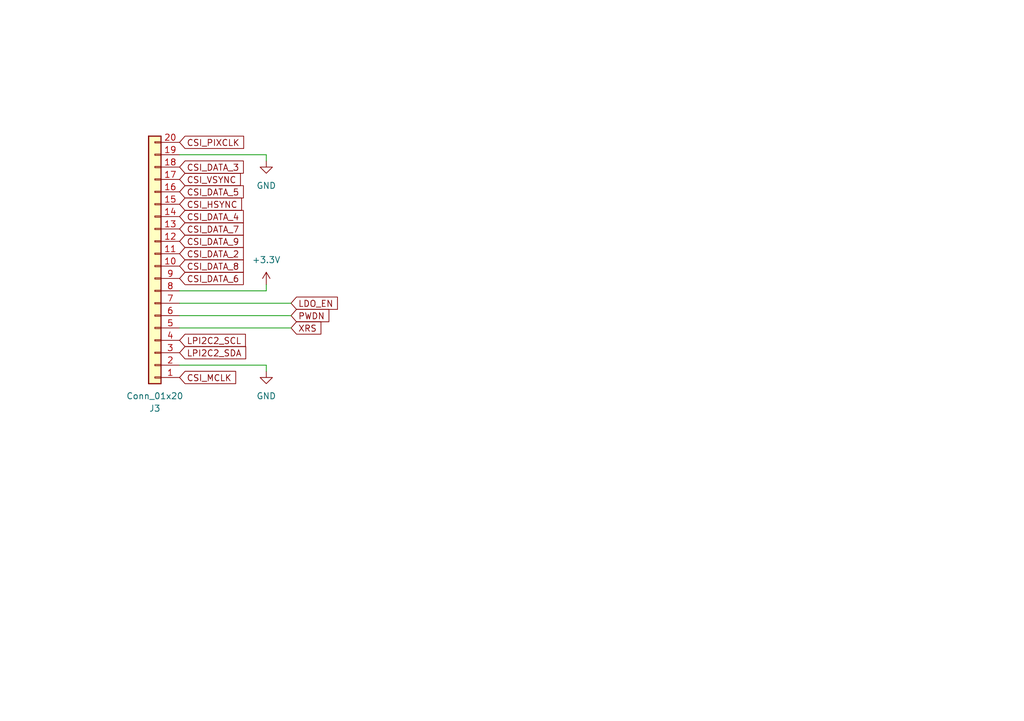
<source format=kicad_sch>
(kicad_sch (version 20231120) (generator "eeschema") (generator_version "8.0")
  (paper "A5")
  (title_block (title "RT1050 DevBoard for Project Horizon") (rev "v1") (company "Northeastern University") (comment 1 "Built by Madhav Kapa"))
  (lib_symbols
    (symbol "Connector_Generic:Conn_01x20" (pin_names (offset 1.016) hide)
      (property "Reference" "J" (at 0 25.4 0))
      (property "Value" "Conn_01x20" (at 0 -27.94 0))
      (symbol "Conn_01x20_1_1"
        (rectangle (start -1.27 -25.273) (end 0 -25.527) (stroke (width 0.1524)))
        (rectangle (start -1.27 -22.733) (end 0 -22.987) (stroke (width 0.1524)))
        (rectangle (start -1.27 -20.193) (end 0 -20.447) (stroke (width 0.1524)))
        (rectangle (start -1.27 -17.653) (end 0 -17.907) (stroke (width 0.1524)))
        (rectangle (start -1.27 -15.113) (end 0 -15.367) (stroke (width 0.1524)))
        (rectangle (start -1.27 -12.573) (end 0 -12.827) (stroke (width 0.1524)))
        (rectangle (start -1.27 -10.033) (end 0 -10.287) (stroke (width 0.1524)))
        (rectangle (start -1.27 -7.493) (end 0 -7.747) (stroke (width 0.1524)))
        (rectangle (start -1.27 -4.953) (end 0 -5.207) (stroke (width 0.1524)))
        (rectangle (start -1.27 -2.413) (end 0 -2.667) (stroke (width 0.1524)))
        (rectangle (start -1.27 0.127) (end 0 -0.127) (stroke (width 0.1524)))
        (rectangle (start -1.27 2.667) (end 0 2.413) (stroke (width 0.1524)))
        (rectangle (start -1.27 5.207) (end 0 4.953) (stroke (width 0.1524)))
        (rectangle (start -1.27 7.747) (end 0 7.493) (stroke (width 0.1524)))
        (rectangle (start -1.27 10.287) (end 0 10.033) (stroke (width 0.1524)))
        (rectangle (start -1.27 12.827) (end 0 12.573) (stroke (width 0.1524)))
        (rectangle (start -1.27 15.367) (end 0 15.113) (stroke (width 0.1524)))
        (rectangle (start -1.27 17.907) (end 0 17.653) (stroke (width 0.1524)))
        (rectangle (start -1.27 20.447) (end 0 20.193) (stroke (width 0.1524)))
        (rectangle (start -1.27 22.987) (end 0 22.733) (stroke (width 0.1524)))
        (rectangle (start -1.27 24.13) (end 1.27 -26.67) (stroke (width 0.254)) (fill (type background)))
        (pin passive line (at -5.08 22.86 0) (length 3.81) (name "Pin_1") (number "1"))
        (pin passive line (at -5.08 0 0) (length 3.81) (name "Pin_10") (number "10"))
        (pin passive line (at -5.08 -2.54 0) (length 3.81) (name "Pin_11") (number "11"))
        (pin passive line (at -5.08 -5.08 0) (length 3.81) (name "Pin_12") (number "12"))
        (pin passive line (at -5.08 -7.62 0) (length 3.81) (name "Pin_13") (number "13"))
        (pin passive line (at -5.08 -10.16 0) (length 3.81) (name "Pin_14") (number "14"))
        (pin passive line (at -5.08 -12.7 0) (length 3.81) (name "Pin_15") (number "15"))
        (pin passive line (at -5.08 -15.24 0) (length 3.81) (name "Pin_16") (number "16"))
        (pin passive line (at -5.08 -17.78 0) (length 3.81) (name "Pin_17") (number "17"))
        (pin passive line (at -5.08 -20.32 0) (length 3.81) (name "Pin_18") (number "18"))
        (pin passive line (at -5.08 -22.86 0) (length 3.81) (name "Pin_19") (number "19"))
        (pin passive line (at -5.08 20.32 0) (length 3.81) (name "Pin_2") (number "2"))
        (pin passive line (at -5.08 -25.4 0) (length 3.81) (name "Pin_20") (number "20"))
        (pin passive line (at -5.08 17.78 0) (length 3.81) (name "Pin_3") (number "3"))
        (pin passive line (at -5.08 15.24 0) (length 3.81) (name "Pin_4") (number "4"))
        (pin passive line (at -5.08 12.7 0) (length 3.81) (name "Pin_5") (number "5"))
        (pin passive line (at -5.08 10.16 0) (length 3.81) (name "Pin_6") (number "6"))
        (pin passive line (at -5.08 7.62 0) (length 3.81) (name "Pin_7") (number "7"))
        (pin passive line (at -5.08 5.08 0) (length 3.81) (name "Pin_8") (number "8"))
        (pin passive line (at -5.08 2.54 0) (length 3.81) (name "Pin_9") (number "9"))
      )
    )
    (symbol "power:+3.3V" (power) (pin_numbers hide) (pin_names (offset 0) hide)
      (property "Value" "+3.3V" (at 0 3.556 0))
      (symbol "+3.3V_0_1"
        (polyline (pts (xy -0.762 1.27) (xy 0 2.54)))
        (polyline (pts (xy 0 0) (xy 0 2.54)))
        (polyline (pts (xy 0 2.54) (xy 0.762 1.27)))
      )
      (symbol "+3.3V_1_1"
        (pin power_in line (at 0 0 90) (length 0) (name "~") (number "1"))
      )
    )
    (symbol "power:GND" (power) (pin_numbers hide) (pin_names (offset 0) hide)
      (property "Value" "GND" (at 0 -3.81 0))
      (symbol "GND_0_1"
        (polyline (pts (xy 0 0) (xy 0 -1.27) (xy 1.27 -1.27) (xy 0 -2.54) (xy -1.27 -1.27) (xy 0 -1.27)))
      )
      (symbol "GND_1_1"
        (pin power_in line (at 0 0 270) (length 0) (name "~") (number "1"))
      )
    )
  )
  (wire (pts (xy 54.61 74.93) (xy 54.61 76.2)))
  (wire (pts (xy 36.83 31.75) (xy 54.61 31.75)))
  (wire (pts (xy 54.61 31.75) (xy 54.61 33.02)))
  (wire (pts (xy 36.83 64.77) (xy 59.69 64.77)))
  (wire (pts (xy 59.69 67.31) (xy 36.83 67.31)))
  (wire (pts (xy 36.83 74.93) (xy 54.61 74.93)))
  (wire (pts (xy 59.69 62.23) (xy 36.83 62.23)))
  (wire (pts (xy 54.61 58.42) (xy 54.61 59.69)))
  (wire (pts (xy 36.83 59.69) (xy 54.61 59.69)))
  (global_label "CSI_MCLK" (shape input) (at 36.83 77.47 0) (property "Intersheetrefs" "${INTERSHEET_REFS}" (effects (hide yes))))
  (global_label "CSI_DATA_5" (shape input) (at 36.83 39.37 0) (property "Intersheetrefs" "${INTERSHEET_REFS}" (effects (hide yes))))
  (global_label "CSI_DATA_9" (shape input) (at 36.83 49.53 0) (property "Intersheetrefs" "${INTERSHEET_REFS}" (effects (hide yes))))
  (global_label "CSI_HSYNC" (shape input) (at 36.83 41.91 0) (property "Intersheetrefs" "${INTERSHEET_REFS}" (effects (hide yes))))
  (global_label "CSI_DATA_7" (shape input) (at 36.83 46.99 0) (property "Intersheetrefs" "${INTERSHEET_REFS}" (effects (hide yes))))
  (global_label "CSI_PIXCLK" (shape input) (at 36.83 29.21 0) (property "Intersheetrefs" "${INTERSHEET_REFS}" (effects (hide yes))))
  (global_label "CSI_DATA_3" (shape input) (at 36.83 34.29 0) (property "Intersheetrefs" "${INTERSHEET_REFS}" (effects (hide yes))))
  (global_label "CSI_DATA_2" (shape input) (at 36.83 52.07 0) (property "Intersheetrefs" "${INTERSHEET_REFS}" (effects (hide yes))))
  (global_label "LDO_EN" (shape input) (at 59.69 62.23 0) (property "Intersheetrefs" "${INTERSHEET_REFS}" (effects (hide yes))))
  (global_label "XRS" (shape input) (at 59.69 67.31 0) (property "Intersheetrefs" "${INTERSHEET_REFS}" (effects (hide yes))))
  (global_label "PWDN" (shape input) (at 59.69 64.77 0) (property "Intersheetrefs" "${INTERSHEET_REFS}" (effects (hide yes))))
  (global_label "CSI_DATA_6" (shape input) (at 36.83 57.15 0) (property "Intersheetrefs" "${INTERSHEET_REFS}" (effects (hide yes))))
  (global_label "LPI2C2_SDA" (shape input) (at 36.83 72.39 0) (property "Intersheetrefs" "${INTERSHEET_REFS}" (effects (hide yes))))
  (global_label "CSI_DATA_8" (shape input) (at 36.83 54.61 0) (property "Intersheetrefs" "${INTERSHEET_REFS}" (effects (hide yes))))
  (global_label "CSI_VSYNC" (shape input) (at 36.83 36.83 0) (property "Intersheetrefs" "${INTERSHEET_REFS}" (effects (hide yes))))
  (global_label "CSI_DATA_4" (shape input) (at 36.83 44.45 0) (property "Intersheetrefs" "${INTERSHEET_REFS}" (effects (hide yes))))
  (global_label "LPI2C2_SCL" (shape input) (at 36.83 69.85 0) (property "Intersheetrefs" "${INTERSHEET_REFS}" (effects (hide yes))))
  (symbol (lib_id "power:GND") (at 54.61 33.02 0) (unit 1)
    (property "Reference" "#PWR052" (effects (hide yes)))
    (property "Value" "GND" (at 54.61 38.1 0))
    (property "Description" "Power symbol creates a global label with name \"GND\" , ground" (effects (hide yes)))
  )
  (symbol (lib_id "power:+3.3V") (at 54.61 58.42 0) (unit 1)
    (property "Reference" "#PWR054" (effects (hide yes)))
    (property "Value" "+3.3V" (at 54.61 53.34 0))
    (property "Description" "Power symbol creates a global label with name \"+3.3V\"" (effects (hide yes)))
  )
  (symbol (lib_id "power:GND") (at 54.61 76.2 0) (unit 1)
    (property "Reference" "#PWR053" (effects (hide yes)))
    (property "Value" "GND" (at 54.61 81.28 0))
    (property "Description" "Power symbol creates a global label with name \"GND\" , ground" (effects (hide yes)))
  )
  (symbol (lib_id "Connector_Generic:Conn_01x20") (at 31.75 54.61 180) (unit 1)
    (property "Reference" "J3" (at 31.75 83.82 0))
    (property "Value" "Conn_01x20" (at 31.75 81.28 0))
    (property "Footprint" "Connector_FFC-FPC:Molex_200528-0200_1x20-1MP_P1.00mm_Horizontal" (effects (hide yes)))
    (property "Description" "Generic connector, single row, 01x20, script generated (kicad-library-utils/schlib/autogen/connector/)" (effects (hide yes)))
  )
)
</source>
